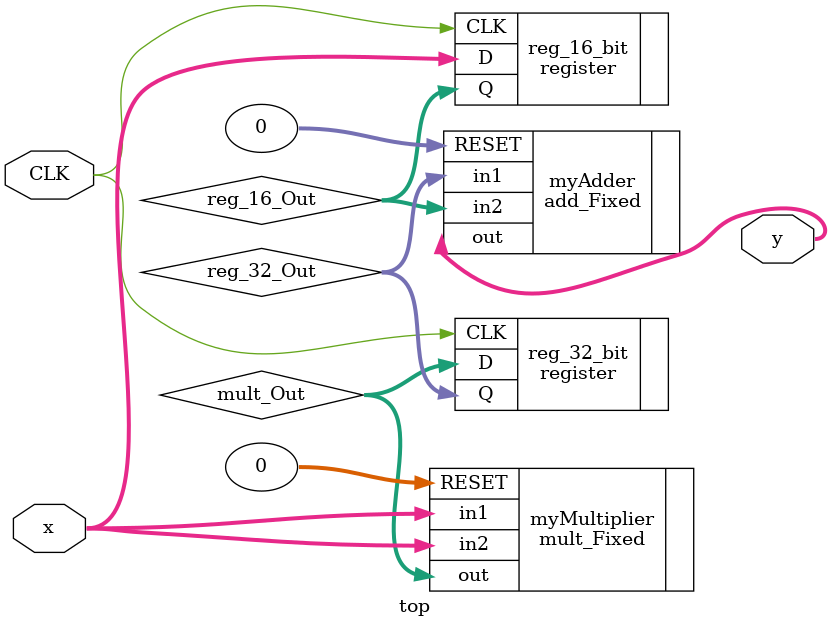
<source format=v>
`timescale 1ns / 1ps

module top
(   input CLK,
    input wire signed [15 : 0] x,
    output signed [32 : 0] y
);
    localparam x_WI = 8;
    localparam x_WF = 8;
    localparam d_x_squared_WI = 16;
    localparam d_x_squared_WF = 16;
    
    wire signed [31:0] mult_Out;
    wire signed [15:0] reg_16_Out;
    wire signed [31:0] reg_32_Out;
    
    
    mult_Fixed # ( .WI1(x_WI), .WF1(x_WF), .WI2(x_WI), .WF2(x_WF) )
                myMultiplier ( .RESET(0), .in1(x), .in2(x), .out(mult_Out) );
    
    register # ( .WL_reg(16) )
            reg_16_bit ( .CLK(CLK), .D(x), .Q(reg_16_Out) );
    
    register # ( .WL_reg(32) )
            reg_32_bit ( .CLK(CLK), .D(mult_Out), .Q(reg_32_Out) );
    
    add_Fixed # ( .WI1(d_x_squared_WI), .WF1(d_x_squared_WF), .WI2(x_WI), .WF2(x_WF) )
                myAdder ( .RESET(0), .in1(reg_32_Out), .in2(reg_16_Out), .out(y) );
    
endmodule

</source>
